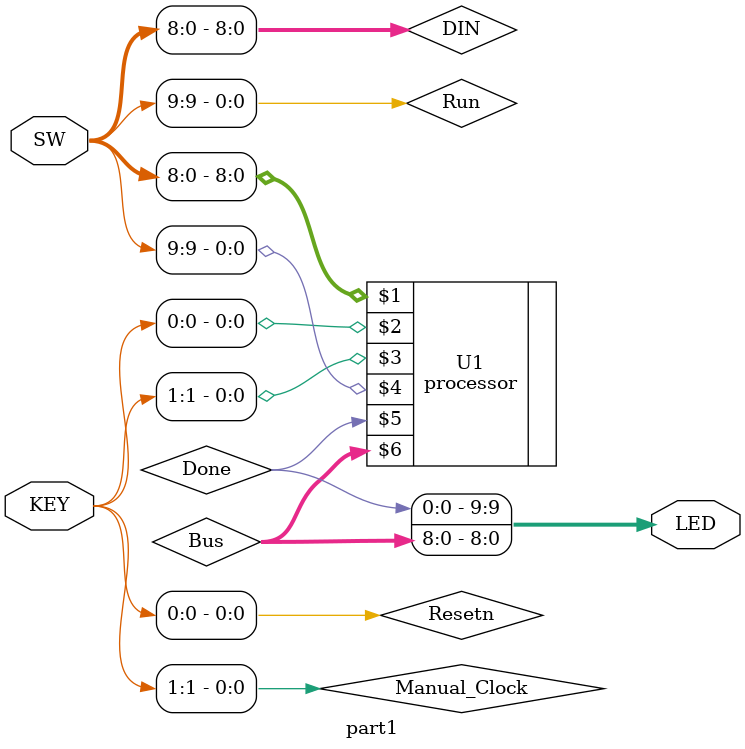
<source format=v>
`timescale 1ns / 1ps


module part1(
   input [1:0] KEY,
    input [9:0] SW,
    output [9:0] LED
    );
    
    wire Resetn, Manual_Clock, Run, Done;
    wire [8:0] DIN, Bus;
    
    assign Resetn = KEY[0];
    assign Manual_Clock = KEY[1];
    
    assign DIN = SW[8:0];
    assign Run = SW[9];
    
    processor U1(DIN,Resetn,Manual_Clock,Run,Done,Bus);
    
    assign LED[8:0] = Bus;
    assign LED[9] = Done;
    
endmodule

</source>
